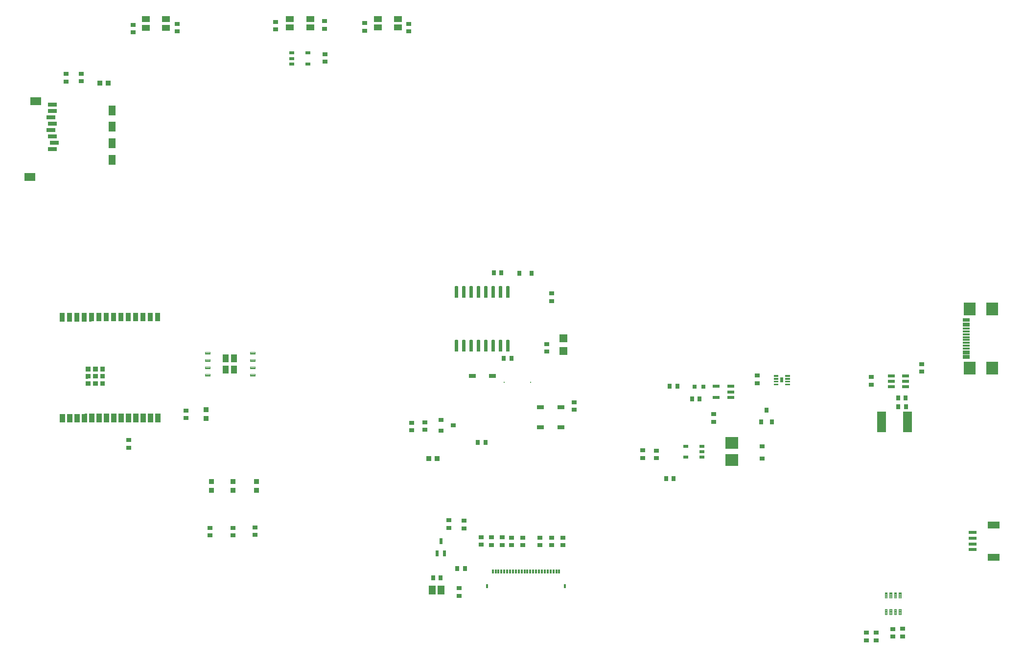
<source format=gbr>
G04 EAGLE Gerber RS-274X export*
G75*
%MOMM*%
%FSLAX34Y34*%
%LPD*%
%INSolderpaste Top*%
%IPPOS*%
%AMOC8*
5,1,8,0,0,1.08239X$1,22.5*%
G01*
G04 Define Apertures*
%ADD10R,1.400000X1.050000*%
%ADD11R,0.900000X0.700000*%
%ADD12R,1.400000X1.400000*%
%ADD13R,0.700000X0.900000*%
%ADD14R,2.200000X2.000000*%
%ADD15R,0.800000X0.800000*%
%ADD16R,1.200000X0.600000*%
%ADD17R,0.940000X0.970000*%
%ADD18R,0.900000X0.800000*%
%ADD19R,1.150000X0.800000*%
%ADD20R,0.970000X0.940000*%
%ADD21R,0.800000X0.900000*%
%ADD22R,0.900000X0.600000*%
%ADD23R,0.300000X0.800000*%
%ADD24R,0.400000X0.800000*%
%ADD25R,1.150000X0.300000*%
%ADD26R,2.000000X2.180000*%
%ADD27R,2.000000X1.200000*%
%ADD28R,1.350000X0.600000*%
%ADD29R,1.200000X1.800000*%
%ADD30R,1.900000X1.400000*%
%ADD31R,1.500000X0.700000*%
%ADD32R,1.500000X3.600000*%
%ADD33R,0.500000X1.050000*%
%ADD34C,0.125000*%
%ADD35R,1.168400X1.600200*%
%ADD36R,1.010000X1.460000*%
%ADD37C,0.110000*%
%ADD38R,1.200000X0.550000*%
%ADD39R,1.500000X0.900000*%
%ADD40R,0.800000X0.800000*%
%ADD41C,0.147500*%
%ADD42R,0.560000X0.820000*%
%ADD43C,0.067500*%
%ADD44R,0.127000X0.127000*%
D10*
X257530Y1266400D03*
X222530Y1266400D03*
X222530Y1251400D03*
X257530Y1251400D03*
D11*
X1468600Y203300D03*
X1468600Y190300D03*
X677400Y1257700D03*
X677400Y1244700D03*
D12*
X944700Y691700D03*
X944700Y713700D03*
D13*
X1167600Y608800D03*
X1180600Y608800D03*
X1135300Y470000D03*
X1122300Y470000D03*
D11*
X1082000Y506100D03*
X1082000Y519100D03*
X1485600Y203500D03*
X1485600Y190500D03*
X1280200Y635700D03*
X1280200Y648700D03*
D14*
X1236400Y502200D03*
X1236400Y532200D03*
D11*
X963800Y589700D03*
X963800Y602700D03*
X1477000Y633200D03*
X1477000Y646200D03*
X531400Y1262500D03*
X531400Y1249500D03*
X1565000Y668700D03*
X1565000Y655700D03*
X276600Y1257700D03*
X276600Y1244700D03*
D13*
X809800Y533400D03*
X796800Y533400D03*
X854900Y678400D03*
X841900Y678400D03*
D11*
X84600Y1171100D03*
X84600Y1158100D03*
D10*
X658580Y1266670D03*
X623580Y1266670D03*
X623580Y1251670D03*
X658580Y1251670D03*
D15*
X1186800Y629500D03*
X1171800Y629500D03*
D11*
X532200Y1205700D03*
X532200Y1192700D03*
D16*
X1537000Y629500D03*
X1537000Y639000D03*
X1537000Y648500D03*
X1512000Y648500D03*
X1512000Y639000D03*
X1512000Y629500D03*
D17*
X414000Y450400D03*
X414000Y465400D03*
X373000Y450200D03*
X373000Y465200D03*
X336000Y450000D03*
X336000Y465000D03*
D18*
X1288900Y505100D03*
X1288900Y526100D03*
D19*
X940200Y594000D03*
X905200Y594000D03*
X905400Y559100D03*
X940400Y559100D03*
X822200Y647900D03*
X787200Y647900D03*
D20*
X711769Y505000D03*
X726769Y505000D03*
D21*
X889400Y825900D03*
X868400Y825900D03*
D20*
X142800Y1155000D03*
X157800Y1155000D03*
D17*
X327000Y589400D03*
X327000Y574400D03*
D11*
X944200Y355000D03*
X944200Y368000D03*
X802800Y355700D03*
X802800Y368700D03*
X773000Y384300D03*
X773000Y397300D03*
X746800Y385100D03*
X746800Y398100D03*
X924200Y355100D03*
X924200Y368100D03*
X903800Y355100D03*
X903800Y368100D03*
X874200Y355200D03*
X874200Y368200D03*
X855200Y355300D03*
X855200Y368300D03*
X839200Y355400D03*
X839200Y368400D03*
X820200Y355500D03*
X820200Y368500D03*
D22*
X475200Y1207500D03*
X475200Y1198000D03*
X475200Y1188500D03*
X503200Y1188500D03*
X503200Y1207500D03*
X1184500Y507300D03*
X1184500Y516800D03*
X1184500Y526300D03*
X1156500Y526300D03*
X1156500Y507300D03*
D23*
X937600Y309200D03*
X932600Y309200D03*
X927600Y309200D03*
X922600Y309200D03*
X917600Y309200D03*
X912600Y309200D03*
X907600Y309200D03*
X902600Y309200D03*
X897600Y309200D03*
X892600Y309200D03*
X887600Y309200D03*
X882600Y309200D03*
X877600Y309200D03*
X872600Y309200D03*
X867600Y309200D03*
X862600Y309200D03*
X857600Y309200D03*
X852600Y309200D03*
X847600Y309200D03*
X842600Y309200D03*
X837600Y309200D03*
X832600Y309200D03*
X827600Y309200D03*
X822600Y309200D03*
D24*
X947600Y284200D03*
X812600Y284200D03*
D25*
X1641420Y679500D03*
X1641420Y687500D03*
X1641420Y700500D03*
X1641420Y710500D03*
X1641420Y715500D03*
X1641420Y725500D03*
X1641420Y738500D03*
X1641420Y746500D03*
X1641420Y743500D03*
X1641420Y735500D03*
X1641420Y730500D03*
X1641420Y720500D03*
X1641420Y705500D03*
X1641420Y695500D03*
X1641420Y690500D03*
X1641420Y682500D03*
D26*
X1686470Y661900D03*
X1686470Y764100D03*
X1647170Y661900D03*
X1647170Y764100D03*
D27*
X1689281Y334276D03*
X1689281Y390276D03*
D28*
X1652531Y347276D03*
X1652531Y357276D03*
X1652531Y367276D03*
X1652531Y377276D03*
D29*
X164500Y1022800D03*
X164500Y1079800D03*
D30*
X22000Y992800D03*
X32000Y1124300D03*
D31*
X60500Y1040800D03*
X64500Y1051800D03*
X60500Y1062800D03*
X58500Y1073800D03*
X60500Y1084800D03*
X58500Y1095800D03*
X60500Y1106800D03*
X60500Y1117800D03*
D29*
X164500Y1051300D03*
X164500Y1108300D03*
D32*
X1540000Y568400D03*
X1495000Y568400D03*
D21*
X1286800Y568300D03*
X1305800Y568300D03*
X1296300Y589300D03*
D18*
X733300Y572000D03*
X733300Y553000D03*
X754300Y562500D03*
D33*
X726400Y341100D03*
X739400Y341100D03*
X732900Y362100D03*
D11*
X192600Y524100D03*
X192600Y537100D03*
X110600Y1171400D03*
X110600Y1158400D03*
D13*
X1128800Y630800D03*
X1141800Y630800D03*
D11*
X1515000Y196500D03*
X1515000Y209500D03*
D13*
X824300Y827200D03*
X837300Y827200D03*
D11*
X1105700Y518600D03*
X1105700Y505600D03*
D13*
X719700Y298400D03*
X732700Y298400D03*
D11*
X1532000Y197100D03*
X1532000Y210100D03*
X924800Y777900D03*
X924800Y790900D03*
D13*
X1524100Y594600D03*
X1537100Y594600D03*
X1523900Y610000D03*
X1536900Y610000D03*
D11*
X1204400Y569000D03*
X1204400Y582000D03*
X764400Y267400D03*
X764400Y280400D03*
D13*
X761300Y314400D03*
X774300Y314400D03*
D11*
X292400Y588500D03*
X292400Y575500D03*
X411600Y372700D03*
X411600Y385700D03*
X373600Y371900D03*
X373600Y384900D03*
X333600Y372100D03*
X333600Y385100D03*
X682600Y554300D03*
X682600Y567300D03*
D10*
X506720Y1266670D03*
X471720Y1266670D03*
X471720Y1251670D03*
X506720Y1251670D03*
D11*
X201000Y1243000D03*
X201000Y1256000D03*
X916300Y690400D03*
X916300Y703400D03*
X601300Y1246100D03*
X601300Y1259100D03*
X705600Y568100D03*
X705600Y555100D03*
X446800Y1248500D03*
X446800Y1261500D03*
D34*
X1504675Y273135D02*
X1504675Y264225D01*
X1500925Y264225D01*
X1500925Y273135D01*
X1504675Y273135D01*
X1504675Y265412D02*
X1500925Y265412D01*
X1500925Y266599D02*
X1504675Y266599D01*
X1504675Y267786D02*
X1500925Y267786D01*
X1500925Y268973D02*
X1504675Y268973D01*
X1504675Y270160D02*
X1500925Y270160D01*
X1500925Y271347D02*
X1504675Y271347D01*
X1504675Y272534D02*
X1500925Y272534D01*
X1512675Y273135D02*
X1512675Y264225D01*
X1508925Y264225D01*
X1508925Y273135D01*
X1512675Y273135D01*
X1512675Y265412D02*
X1508925Y265412D01*
X1508925Y266599D02*
X1512675Y266599D01*
X1512675Y267786D02*
X1508925Y267786D01*
X1508925Y268973D02*
X1512675Y268973D01*
X1512675Y270160D02*
X1508925Y270160D01*
X1508925Y271347D02*
X1512675Y271347D01*
X1512675Y272534D02*
X1508925Y272534D01*
X1520675Y273135D02*
X1520675Y264225D01*
X1516925Y264225D01*
X1516925Y273135D01*
X1520675Y273135D01*
X1520675Y265412D02*
X1516925Y265412D01*
X1516925Y266599D02*
X1520675Y266599D01*
X1520675Y267786D02*
X1516925Y267786D01*
X1516925Y268973D02*
X1520675Y268973D01*
X1520675Y270160D02*
X1516925Y270160D01*
X1516925Y271347D02*
X1520675Y271347D01*
X1520675Y272534D02*
X1516925Y272534D01*
X1528675Y273135D02*
X1528675Y264225D01*
X1524925Y264225D01*
X1524925Y273135D01*
X1528675Y273135D01*
X1528675Y265412D02*
X1524925Y265412D01*
X1524925Y266599D02*
X1528675Y266599D01*
X1528675Y267786D02*
X1524925Y267786D01*
X1524925Y268973D02*
X1528675Y268973D01*
X1528675Y270160D02*
X1524925Y270160D01*
X1524925Y271347D02*
X1528675Y271347D01*
X1528675Y272534D02*
X1524925Y272534D01*
X1528875Y243975D02*
X1528875Y235065D01*
X1525125Y235065D01*
X1525125Y243975D01*
X1528875Y243975D01*
X1528875Y236252D02*
X1525125Y236252D01*
X1525125Y237439D02*
X1528875Y237439D01*
X1528875Y238626D02*
X1525125Y238626D01*
X1525125Y239813D02*
X1528875Y239813D01*
X1528875Y241000D02*
X1525125Y241000D01*
X1525125Y242187D02*
X1528875Y242187D01*
X1528875Y243374D02*
X1525125Y243374D01*
X1520675Y243975D02*
X1520675Y235065D01*
X1516925Y235065D01*
X1516925Y243975D01*
X1520675Y243975D01*
X1520675Y236252D02*
X1516925Y236252D01*
X1516925Y237439D02*
X1520675Y237439D01*
X1520675Y238626D02*
X1516925Y238626D01*
X1516925Y239813D02*
X1520675Y239813D01*
X1520675Y241000D02*
X1516925Y241000D01*
X1516925Y242187D02*
X1520675Y242187D01*
X1520675Y243374D02*
X1516925Y243374D01*
X1512675Y243975D02*
X1512675Y235065D01*
X1508925Y235065D01*
X1508925Y243975D01*
X1512675Y243975D01*
X1512675Y236252D02*
X1508925Y236252D01*
X1508925Y237439D02*
X1512675Y237439D01*
X1512675Y238626D02*
X1508925Y238626D01*
X1508925Y239813D02*
X1512675Y239813D01*
X1512675Y241000D02*
X1508925Y241000D01*
X1508925Y242187D02*
X1512675Y242187D01*
X1512675Y243374D02*
X1508925Y243374D01*
X1504675Y243975D02*
X1504675Y235065D01*
X1500925Y235065D01*
X1500925Y243975D01*
X1504675Y243975D01*
X1504675Y236252D02*
X1500925Y236252D01*
X1500925Y237439D02*
X1504675Y237439D01*
X1504675Y238626D02*
X1500925Y238626D01*
X1500925Y239813D02*
X1504675Y239813D01*
X1504675Y241000D02*
X1500925Y241000D01*
X1500925Y242187D02*
X1504675Y242187D01*
X1504675Y243374D02*
X1500925Y243374D01*
D35*
X718180Y277200D03*
X733420Y277200D03*
D36*
X360650Y678400D03*
X375350Y678400D03*
X360650Y659200D03*
X375350Y659200D03*
D37*
X333200Y686200D02*
X324900Y686200D01*
X324900Y689500D01*
X333200Y689500D01*
X333200Y686200D01*
X333200Y687245D02*
X324900Y687245D01*
X324900Y688290D02*
X333200Y688290D01*
X333200Y689335D02*
X324900Y689335D01*
X324900Y673500D02*
X333200Y673500D01*
X324900Y673500D02*
X324900Y676800D01*
X333200Y676800D01*
X333200Y673500D01*
X333200Y674545D02*
X324900Y674545D01*
X324900Y675590D02*
X333200Y675590D01*
X333200Y676635D02*
X324900Y676635D01*
X324900Y660800D02*
X333200Y660800D01*
X324900Y660800D02*
X324900Y664100D01*
X333200Y664100D01*
X333200Y660800D01*
X333200Y661845D02*
X324900Y661845D01*
X324900Y662890D02*
X333200Y662890D01*
X333200Y663935D02*
X324900Y663935D01*
X324900Y648100D02*
X333200Y648100D01*
X324900Y648100D02*
X324900Y651400D01*
X333200Y651400D01*
X333200Y648100D01*
X333200Y649145D02*
X324900Y649145D01*
X324900Y650190D02*
X333200Y650190D01*
X333200Y651235D02*
X324900Y651235D01*
X402800Y648100D02*
X411100Y648100D01*
X402800Y648100D02*
X402800Y651400D01*
X411100Y651400D01*
X411100Y648100D01*
X411100Y649145D02*
X402800Y649145D01*
X402800Y650190D02*
X411100Y650190D01*
X411100Y651235D02*
X402800Y651235D01*
X402800Y660800D02*
X411100Y660800D01*
X402800Y660800D02*
X402800Y664100D01*
X411100Y664100D01*
X411100Y660800D01*
X411100Y661845D02*
X402800Y661845D01*
X402800Y662890D02*
X411100Y662890D01*
X411100Y663935D02*
X402800Y663935D01*
X402800Y673500D02*
X411100Y673500D01*
X402800Y673500D02*
X402800Y676800D01*
X411100Y676800D01*
X411100Y673500D01*
X411100Y674545D02*
X402800Y674545D01*
X402800Y675590D02*
X411100Y675590D01*
X411100Y676635D02*
X402800Y676635D01*
X402800Y686200D02*
X411100Y686200D01*
X402800Y686200D02*
X402800Y689500D01*
X411100Y689500D01*
X411100Y686200D01*
X411100Y687245D02*
X402800Y687245D01*
X402800Y688290D02*
X411100Y688290D01*
X411100Y689335D02*
X402800Y689335D01*
D38*
X1234801Y611000D03*
X1234801Y620500D03*
X1234801Y630000D03*
X1208799Y630000D03*
X1208799Y611000D03*
D39*
G36*
X82739Y582515D02*
X82766Y567516D01*
X73767Y567501D01*
X73740Y582500D01*
X82739Y582515D01*
G37*
G36*
X95439Y582537D02*
X95466Y567538D01*
X86467Y567523D01*
X86440Y582522D01*
X95439Y582537D01*
G37*
G36*
X108139Y582560D02*
X108166Y567561D01*
X99167Y567546D01*
X99140Y582545D01*
X108139Y582560D01*
G37*
G36*
X120839Y582582D02*
X120866Y567583D01*
X111867Y567568D01*
X111840Y582567D01*
X120839Y582582D01*
G37*
G36*
X133539Y582604D02*
X133566Y567605D01*
X124567Y567590D01*
X124540Y582589D01*
X133539Y582604D01*
G37*
G36*
X146239Y582626D02*
X146266Y567627D01*
X137267Y567612D01*
X137240Y582611D01*
X146239Y582626D01*
G37*
G36*
X158939Y582648D02*
X158966Y567649D01*
X149967Y567634D01*
X149940Y582633D01*
X158939Y582648D01*
G37*
G36*
X171639Y582670D02*
X171666Y567671D01*
X162667Y567656D01*
X162640Y582655D01*
X171639Y582670D01*
G37*
G36*
X184339Y582693D02*
X184366Y567694D01*
X175367Y567679D01*
X175340Y582678D01*
X184339Y582693D01*
G37*
G36*
X197039Y582715D02*
X197066Y567716D01*
X188067Y567701D01*
X188040Y582700D01*
X197039Y582715D01*
G37*
G36*
X209739Y582737D02*
X209766Y567738D01*
X200767Y567723D01*
X200740Y582722D01*
X209739Y582737D01*
G37*
G36*
X222439Y582759D02*
X222466Y567760D01*
X213467Y567745D01*
X213440Y582744D01*
X222439Y582759D01*
G37*
G36*
X235139Y582781D02*
X235166Y567782D01*
X226167Y567767D01*
X226140Y582766D01*
X235139Y582781D01*
G37*
G36*
X247839Y582803D02*
X247866Y567804D01*
X238867Y567789D01*
X238840Y582788D01*
X247839Y582803D01*
G37*
G36*
X247533Y757803D02*
X247560Y742804D01*
X238561Y742789D01*
X238534Y757788D01*
X247533Y757803D01*
G37*
G36*
X234833Y757781D02*
X234860Y742782D01*
X225861Y742767D01*
X225834Y757766D01*
X234833Y757781D01*
G37*
G36*
X222133Y757759D02*
X222160Y742760D01*
X213161Y742745D01*
X213134Y757744D01*
X222133Y757759D01*
G37*
G36*
X209433Y757737D02*
X209460Y742738D01*
X200461Y742723D01*
X200434Y757722D01*
X209433Y757737D01*
G37*
G36*
X196733Y757715D02*
X196760Y742716D01*
X187761Y742701D01*
X187734Y757700D01*
X196733Y757715D01*
G37*
G36*
X184033Y757692D02*
X184060Y742693D01*
X175061Y742678D01*
X175034Y757677D01*
X184033Y757692D01*
G37*
G36*
X171333Y757670D02*
X171360Y742671D01*
X162361Y742656D01*
X162334Y757655D01*
X171333Y757670D01*
G37*
G36*
X158633Y757648D02*
X158660Y742649D01*
X149661Y742634D01*
X149634Y757633D01*
X158633Y757648D01*
G37*
G36*
X145933Y757626D02*
X145960Y742627D01*
X136961Y742612D01*
X136934Y757611D01*
X145933Y757626D01*
G37*
G36*
X133233Y757604D02*
X133260Y742605D01*
X124261Y742590D01*
X124234Y757589D01*
X133233Y757604D01*
G37*
G36*
X120533Y757582D02*
X120560Y742583D01*
X111561Y742568D01*
X111534Y757567D01*
X120533Y757582D01*
G37*
G36*
X107833Y757559D02*
X107860Y742560D01*
X98861Y742545D01*
X98834Y757544D01*
X107833Y757559D01*
G37*
G36*
X95133Y757537D02*
X95160Y742538D01*
X86161Y742523D01*
X86134Y757522D01*
X95133Y757537D01*
G37*
G36*
X82433Y757515D02*
X82460Y742516D01*
X73461Y742501D01*
X73434Y757500D01*
X82433Y757515D01*
G37*
D40*
G36*
X139319Y651564D02*
X139332Y643565D01*
X131333Y643552D01*
X131320Y651551D01*
X139319Y651564D01*
G37*
G36*
X126841Y639042D02*
X126854Y631043D01*
X118855Y631030D01*
X118842Y639029D01*
X126841Y639042D01*
G37*
G36*
X126819Y651542D02*
X126832Y643543D01*
X118833Y643530D01*
X118820Y651529D01*
X126819Y651542D01*
G37*
G36*
X126797Y664042D02*
X126810Y656043D01*
X118811Y656030D01*
X118798Y664029D01*
X126797Y664042D01*
G37*
G36*
X139341Y639064D02*
X139354Y631065D01*
X131355Y631052D01*
X131342Y639051D01*
X139341Y639064D01*
G37*
G36*
X139297Y664064D02*
X139310Y656065D01*
X131311Y656052D01*
X131298Y664051D01*
X139297Y664064D01*
G37*
G36*
X151841Y639086D02*
X151854Y631087D01*
X143855Y631074D01*
X143842Y639073D01*
X151841Y639086D01*
G37*
G36*
X151819Y651586D02*
X151832Y643587D01*
X143833Y643574D01*
X143820Y651573D01*
X151819Y651586D01*
G37*
G36*
X151797Y664086D02*
X151810Y656087D01*
X143811Y656074D01*
X143798Y664073D01*
X151797Y664086D01*
G37*
D41*
X846437Y784437D02*
X846437Y803463D01*
X850863Y803463D01*
X850863Y784437D01*
X846437Y784437D01*
X846437Y785838D02*
X850863Y785838D01*
X850863Y787239D02*
X846437Y787239D01*
X846437Y788640D02*
X850863Y788640D01*
X850863Y790041D02*
X846437Y790041D01*
X846437Y791442D02*
X850863Y791442D01*
X850863Y792843D02*
X846437Y792843D01*
X846437Y794244D02*
X850863Y794244D01*
X850863Y795645D02*
X846437Y795645D01*
X846437Y797046D02*
X850863Y797046D01*
X850863Y798447D02*
X846437Y798447D01*
X846437Y799848D02*
X850863Y799848D01*
X850863Y801249D02*
X846437Y801249D01*
X846437Y802650D02*
X850863Y802650D01*
X833737Y803463D02*
X833737Y784437D01*
X833737Y803463D02*
X838163Y803463D01*
X838163Y784437D01*
X833737Y784437D01*
X833737Y785838D02*
X838163Y785838D01*
X838163Y787239D02*
X833737Y787239D01*
X833737Y788640D02*
X838163Y788640D01*
X838163Y790041D02*
X833737Y790041D01*
X833737Y791442D02*
X838163Y791442D01*
X838163Y792843D02*
X833737Y792843D01*
X833737Y794244D02*
X838163Y794244D01*
X838163Y795645D02*
X833737Y795645D01*
X833737Y797046D02*
X838163Y797046D01*
X838163Y798447D02*
X833737Y798447D01*
X833737Y799848D02*
X838163Y799848D01*
X838163Y801249D02*
X833737Y801249D01*
X833737Y802650D02*
X838163Y802650D01*
X821037Y803463D02*
X821037Y784437D01*
X821037Y803463D02*
X825463Y803463D01*
X825463Y784437D01*
X821037Y784437D01*
X821037Y785838D02*
X825463Y785838D01*
X825463Y787239D02*
X821037Y787239D01*
X821037Y788640D02*
X825463Y788640D01*
X825463Y790041D02*
X821037Y790041D01*
X821037Y791442D02*
X825463Y791442D01*
X825463Y792843D02*
X821037Y792843D01*
X821037Y794244D02*
X825463Y794244D01*
X825463Y795645D02*
X821037Y795645D01*
X821037Y797046D02*
X825463Y797046D01*
X825463Y798447D02*
X821037Y798447D01*
X821037Y799848D02*
X825463Y799848D01*
X825463Y801249D02*
X821037Y801249D01*
X821037Y802650D02*
X825463Y802650D01*
X808337Y803463D02*
X808337Y784437D01*
X808337Y803463D02*
X812763Y803463D01*
X812763Y784437D01*
X808337Y784437D01*
X808337Y785838D02*
X812763Y785838D01*
X812763Y787239D02*
X808337Y787239D01*
X808337Y788640D02*
X812763Y788640D01*
X812763Y790041D02*
X808337Y790041D01*
X808337Y791442D02*
X812763Y791442D01*
X812763Y792843D02*
X808337Y792843D01*
X808337Y794244D02*
X812763Y794244D01*
X812763Y795645D02*
X808337Y795645D01*
X808337Y797046D02*
X812763Y797046D01*
X812763Y798447D02*
X808337Y798447D01*
X808337Y799848D02*
X812763Y799848D01*
X812763Y801249D02*
X808337Y801249D01*
X808337Y802650D02*
X812763Y802650D01*
X795637Y803463D02*
X795637Y784437D01*
X795637Y803463D02*
X800063Y803463D01*
X800063Y784437D01*
X795637Y784437D01*
X795637Y785838D02*
X800063Y785838D01*
X800063Y787239D02*
X795637Y787239D01*
X795637Y788640D02*
X800063Y788640D01*
X800063Y790041D02*
X795637Y790041D01*
X795637Y791442D02*
X800063Y791442D01*
X800063Y792843D02*
X795637Y792843D01*
X795637Y794244D02*
X800063Y794244D01*
X800063Y795645D02*
X795637Y795645D01*
X795637Y797046D02*
X800063Y797046D01*
X800063Y798447D02*
X795637Y798447D01*
X795637Y799848D02*
X800063Y799848D01*
X800063Y801249D02*
X795637Y801249D01*
X795637Y802650D02*
X800063Y802650D01*
X782937Y803463D02*
X782937Y784437D01*
X782937Y803463D02*
X787363Y803463D01*
X787363Y784437D01*
X782937Y784437D01*
X782937Y785838D02*
X787363Y785838D01*
X787363Y787239D02*
X782937Y787239D01*
X782937Y788640D02*
X787363Y788640D01*
X787363Y790041D02*
X782937Y790041D01*
X782937Y791442D02*
X787363Y791442D01*
X787363Y792843D02*
X782937Y792843D01*
X782937Y794244D02*
X787363Y794244D01*
X787363Y795645D02*
X782937Y795645D01*
X782937Y797046D02*
X787363Y797046D01*
X787363Y798447D02*
X782937Y798447D01*
X782937Y799848D02*
X787363Y799848D01*
X787363Y801249D02*
X782937Y801249D01*
X782937Y802650D02*
X787363Y802650D01*
X770237Y803463D02*
X770237Y784437D01*
X770237Y803463D02*
X774663Y803463D01*
X774663Y784437D01*
X770237Y784437D01*
X770237Y785838D02*
X774663Y785838D01*
X774663Y787239D02*
X770237Y787239D01*
X770237Y788640D02*
X774663Y788640D01*
X774663Y790041D02*
X770237Y790041D01*
X770237Y791442D02*
X774663Y791442D01*
X774663Y792843D02*
X770237Y792843D01*
X770237Y794244D02*
X774663Y794244D01*
X774663Y795645D02*
X770237Y795645D01*
X770237Y797046D02*
X774663Y797046D01*
X774663Y798447D02*
X770237Y798447D01*
X770237Y799848D02*
X774663Y799848D01*
X774663Y801249D02*
X770237Y801249D01*
X770237Y802650D02*
X774663Y802650D01*
X757537Y803463D02*
X757537Y784437D01*
X757537Y803463D02*
X761963Y803463D01*
X761963Y784437D01*
X757537Y784437D01*
X757537Y785838D02*
X761963Y785838D01*
X761963Y787239D02*
X757537Y787239D01*
X757537Y788640D02*
X761963Y788640D01*
X761963Y790041D02*
X757537Y790041D01*
X757537Y791442D02*
X761963Y791442D01*
X761963Y792843D02*
X757537Y792843D01*
X757537Y794244D02*
X761963Y794244D01*
X761963Y795645D02*
X757537Y795645D01*
X757537Y797046D02*
X761963Y797046D01*
X761963Y798447D02*
X757537Y798447D01*
X757537Y799848D02*
X761963Y799848D01*
X761963Y801249D02*
X757537Y801249D01*
X757537Y802650D02*
X761963Y802650D01*
X757537Y710363D02*
X757537Y691337D01*
X757537Y710363D02*
X761963Y710363D01*
X761963Y691337D01*
X757537Y691337D01*
X757537Y692738D02*
X761963Y692738D01*
X761963Y694139D02*
X757537Y694139D01*
X757537Y695540D02*
X761963Y695540D01*
X761963Y696941D02*
X757537Y696941D01*
X757537Y698342D02*
X761963Y698342D01*
X761963Y699743D02*
X757537Y699743D01*
X757537Y701144D02*
X761963Y701144D01*
X761963Y702545D02*
X757537Y702545D01*
X757537Y703946D02*
X761963Y703946D01*
X761963Y705347D02*
X757537Y705347D01*
X757537Y706748D02*
X761963Y706748D01*
X761963Y708149D02*
X757537Y708149D01*
X757537Y709550D02*
X761963Y709550D01*
X770237Y710363D02*
X770237Y691337D01*
X770237Y710363D02*
X774663Y710363D01*
X774663Y691337D01*
X770237Y691337D01*
X770237Y692738D02*
X774663Y692738D01*
X774663Y694139D02*
X770237Y694139D01*
X770237Y695540D02*
X774663Y695540D01*
X774663Y696941D02*
X770237Y696941D01*
X770237Y698342D02*
X774663Y698342D01*
X774663Y699743D02*
X770237Y699743D01*
X770237Y701144D02*
X774663Y701144D01*
X774663Y702545D02*
X770237Y702545D01*
X770237Y703946D02*
X774663Y703946D01*
X774663Y705347D02*
X770237Y705347D01*
X770237Y706748D02*
X774663Y706748D01*
X774663Y708149D02*
X770237Y708149D01*
X770237Y709550D02*
X774663Y709550D01*
X782937Y710363D02*
X782937Y691337D01*
X782937Y710363D02*
X787363Y710363D01*
X787363Y691337D01*
X782937Y691337D01*
X782937Y692738D02*
X787363Y692738D01*
X787363Y694139D02*
X782937Y694139D01*
X782937Y695540D02*
X787363Y695540D01*
X787363Y696941D02*
X782937Y696941D01*
X782937Y698342D02*
X787363Y698342D01*
X787363Y699743D02*
X782937Y699743D01*
X782937Y701144D02*
X787363Y701144D01*
X787363Y702545D02*
X782937Y702545D01*
X782937Y703946D02*
X787363Y703946D01*
X787363Y705347D02*
X782937Y705347D01*
X782937Y706748D02*
X787363Y706748D01*
X787363Y708149D02*
X782937Y708149D01*
X782937Y709550D02*
X787363Y709550D01*
X795637Y710363D02*
X795637Y691337D01*
X795637Y710363D02*
X800063Y710363D01*
X800063Y691337D01*
X795637Y691337D01*
X795637Y692738D02*
X800063Y692738D01*
X800063Y694139D02*
X795637Y694139D01*
X795637Y695540D02*
X800063Y695540D01*
X800063Y696941D02*
X795637Y696941D01*
X795637Y698342D02*
X800063Y698342D01*
X800063Y699743D02*
X795637Y699743D01*
X795637Y701144D02*
X800063Y701144D01*
X800063Y702545D02*
X795637Y702545D01*
X795637Y703946D02*
X800063Y703946D01*
X800063Y705347D02*
X795637Y705347D01*
X795637Y706748D02*
X800063Y706748D01*
X800063Y708149D02*
X795637Y708149D01*
X795637Y709550D02*
X800063Y709550D01*
X808337Y710363D02*
X808337Y691337D01*
X808337Y710363D02*
X812763Y710363D01*
X812763Y691337D01*
X808337Y691337D01*
X808337Y692738D02*
X812763Y692738D01*
X812763Y694139D02*
X808337Y694139D01*
X808337Y695540D02*
X812763Y695540D01*
X812763Y696941D02*
X808337Y696941D01*
X808337Y698342D02*
X812763Y698342D01*
X812763Y699743D02*
X808337Y699743D01*
X808337Y701144D02*
X812763Y701144D01*
X812763Y702545D02*
X808337Y702545D01*
X808337Y703946D02*
X812763Y703946D01*
X812763Y705347D02*
X808337Y705347D01*
X808337Y706748D02*
X812763Y706748D01*
X812763Y708149D02*
X808337Y708149D01*
X808337Y709550D02*
X812763Y709550D01*
X821037Y710363D02*
X821037Y691337D01*
X821037Y710363D02*
X825463Y710363D01*
X825463Y691337D01*
X821037Y691337D01*
X821037Y692738D02*
X825463Y692738D01*
X825463Y694139D02*
X821037Y694139D01*
X821037Y695540D02*
X825463Y695540D01*
X825463Y696941D02*
X821037Y696941D01*
X821037Y698342D02*
X825463Y698342D01*
X825463Y699743D02*
X821037Y699743D01*
X821037Y701144D02*
X825463Y701144D01*
X825463Y702545D02*
X821037Y702545D01*
X821037Y703946D02*
X825463Y703946D01*
X825463Y705347D02*
X821037Y705347D01*
X821037Y706748D02*
X825463Y706748D01*
X825463Y708149D02*
X821037Y708149D01*
X821037Y709550D02*
X825463Y709550D01*
X833737Y710363D02*
X833737Y691337D01*
X833737Y710363D02*
X838163Y710363D01*
X838163Y691337D01*
X833737Y691337D01*
X833737Y692738D02*
X838163Y692738D01*
X838163Y694139D02*
X833737Y694139D01*
X833737Y695540D02*
X838163Y695540D01*
X838163Y696941D02*
X833737Y696941D01*
X833737Y698342D02*
X838163Y698342D01*
X838163Y699743D02*
X833737Y699743D01*
X833737Y701144D02*
X838163Y701144D01*
X838163Y702545D02*
X833737Y702545D01*
X833737Y703946D02*
X838163Y703946D01*
X838163Y705347D02*
X833737Y705347D01*
X833737Y706748D02*
X838163Y706748D01*
X838163Y708149D02*
X833737Y708149D01*
X833737Y709550D02*
X838163Y709550D01*
X846437Y710363D02*
X846437Y691337D01*
X846437Y710363D02*
X850863Y710363D01*
X850863Y691337D01*
X846437Y691337D01*
X846437Y692738D02*
X850863Y692738D01*
X850863Y694139D02*
X846437Y694139D01*
X846437Y695540D02*
X850863Y695540D01*
X850863Y696941D02*
X846437Y696941D01*
X846437Y698342D02*
X850863Y698342D01*
X850863Y699743D02*
X846437Y699743D01*
X846437Y701144D02*
X850863Y701144D01*
X850863Y702545D02*
X846437Y702545D01*
X846437Y703946D02*
X850863Y703946D01*
X850863Y705347D02*
X846437Y705347D01*
X846437Y706748D02*
X850863Y706748D01*
X850863Y708149D02*
X846437Y708149D01*
X846437Y709550D02*
X850863Y709550D01*
D42*
X1322400Y641200D03*
D43*
X1316013Y647687D02*
X1309087Y647687D01*
X1309087Y649713D01*
X1316013Y649713D01*
X1316013Y647687D01*
X1316013Y648328D02*
X1309087Y648328D01*
X1309087Y648969D02*
X1316013Y648969D01*
X1316013Y649610D02*
X1309087Y649610D01*
X1309087Y642687D02*
X1316013Y642687D01*
X1309087Y642687D02*
X1309087Y644713D01*
X1316013Y644713D01*
X1316013Y642687D01*
X1316013Y643328D02*
X1309087Y643328D01*
X1309087Y643969D02*
X1316013Y643969D01*
X1316013Y644610D02*
X1309087Y644610D01*
X1309087Y637687D02*
X1316013Y637687D01*
X1309087Y637687D02*
X1309087Y639713D01*
X1316013Y639713D01*
X1316013Y637687D01*
X1316013Y638328D02*
X1309087Y638328D01*
X1309087Y638969D02*
X1316013Y638969D01*
X1316013Y639610D02*
X1309087Y639610D01*
X1309087Y632687D02*
X1316013Y632687D01*
X1309087Y632687D02*
X1309087Y634713D01*
X1316013Y634713D01*
X1316013Y632687D01*
X1316013Y633328D02*
X1309087Y633328D01*
X1309087Y633969D02*
X1316013Y633969D01*
X1316013Y634610D02*
X1309087Y634610D01*
X1328787Y632687D02*
X1335713Y632687D01*
X1328787Y632687D02*
X1328787Y634713D01*
X1335713Y634713D01*
X1335713Y632687D01*
X1335713Y633328D02*
X1328787Y633328D01*
X1328787Y633969D02*
X1335713Y633969D01*
X1335713Y634610D02*
X1328787Y634610D01*
X1328787Y637687D02*
X1335713Y637687D01*
X1328787Y637687D02*
X1328787Y639713D01*
X1335713Y639713D01*
X1335713Y637687D01*
X1335713Y638328D02*
X1328787Y638328D01*
X1328787Y638969D02*
X1335713Y638969D01*
X1335713Y639610D02*
X1328787Y639610D01*
X1328787Y642687D02*
X1335713Y642687D01*
X1328787Y642687D02*
X1328787Y644713D01*
X1335713Y644713D01*
X1335713Y642687D01*
X1335713Y643328D02*
X1328787Y643328D01*
X1328787Y643969D02*
X1335713Y643969D01*
X1335713Y644610D02*
X1328787Y644610D01*
X1328787Y647687D02*
X1335713Y647687D01*
X1328787Y647687D02*
X1328787Y649713D01*
X1335713Y649713D01*
X1335713Y647687D01*
X1335713Y648328D02*
X1328787Y648328D01*
X1328787Y648969D02*
X1335713Y648969D01*
X1335713Y649610D02*
X1328787Y649610D01*
D44*
X842140Y637000D03*
X887860Y637000D03*
M02*

</source>
